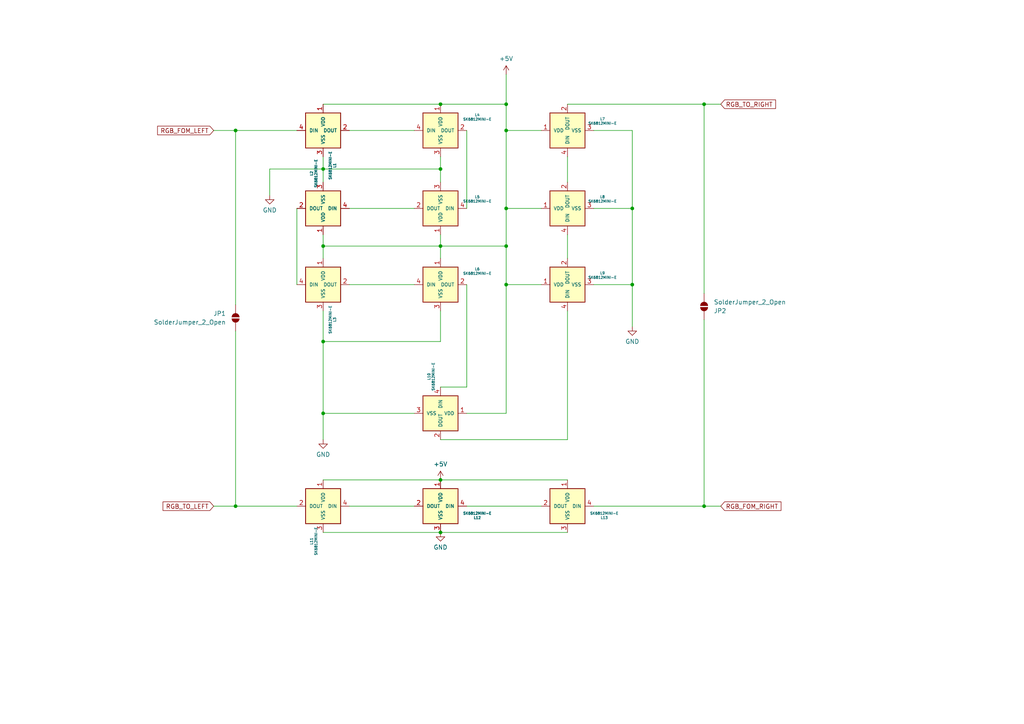
<source format=kicad_sch>
(kicad_sch (version 20250114) (generator "eeschema") (generator_version "9.0")
  (paper "A4")
  (lib_symbols
    (symbol "Jumper:SolderJumper_2_Open" (pin_numbers (hide yes)) (pin_names (offset 0) (hide yes)) (in_bom no)
      (property "Reference" "JP" (at 0 2.032 0))
      (property "Value" "SolderJumper_2_Open" (at 0 -2.54 0))
      (symbol "SolderJumper_2_Open_0_1"
        (polyline (pts (xy -0.254 1.016) (xy -0.254 -1.016)))
        (arc (start -0.254 -1.016) (mid -1.2656 0) (end -0.254 1.016))
        (arc (start -0.254 -1.016) (mid -1.2656 0) (end -0.254 1.016) (fill (type outline)))
        (arc (start 0.254 1.016) (mid 1.2656 0) (end 0.254 -1.016))
        (arc (start 0.254 1.016) (mid 1.2656 0) (end 0.254 -1.016) (fill (type outline)))
        (polyline (pts (xy 0.254 1.016) (xy 0.254 -1.016)))
      )
      (symbol "SolderJumper_2_Open_1_1"
        (pin passive line (at -3.81 0 0) (length 2.54) (name "A") (number "1"))
        (pin passive line (at 3.81 0 180) (length 2.54) (name "B") (number "2"))
      )
    )
    (symbol "TB2086_LED:SK6812MINI-E" (pin_names (offset 1.016))
      (property "Reference" "L" (at 2.54 -7.62 0))
      (property "Value" "SK6812MINI-E" (at 6.35 -6.35 0))
      (symbol "SK6812MINI-E_0_1"
        (rectangle (start -5.08 5.08) (end 5.08 -5.08) (stroke (width 0.254)) (fill (type background)))
      )
      (symbol "SK6812MINI-E_1_1"
        (pin input line (at -7.62 0 0) (length 2.54) (name "DIN") (number "4"))
        (pin power_in line (at 0 7.62 270) (length 2.54) (name "VDD") (number "1"))
        (pin power_in line (at 0 -7.62 90) (length 2.54) (name "VSS") (number "3"))
        (pin output line (at 7.62 0 180) (length 2.54) (name "DOUT") (number "2"))
      )
    )
    (symbol "power:+5V" (power) (pin_numbers (hide yes)) (pin_names (offset 0) (hide yes))
      (property "Value" "+5V" (at 0 3.556 0))
      (symbol "+5V_0_1"
        (polyline (pts (xy -0.762 1.27) (xy 0 2.54)))
        (polyline (pts (xy 0 2.54) (xy 0.762 1.27)))
        (polyline (pts (xy 0 0) (xy 0 2.54)))
      )
      (symbol "+5V_1_1"
        (pin power_in line (at 0 0 90) (length 0) (name "~") (number "1"))
      )
    )
    (symbol "power:GND" (power) (pin_numbers (hide yes)) (pin_names (offset 0) (hide yes))
      (property "Value" "GND" (at 0 -3.81 0))
      (symbol "GND_0_1"
        (polyline (pts (xy 0 0) (xy 0 -1.27) (xy 1.27 -1.27) (xy 0 -2.54) (xy -1.27 -1.27) (xy 0 -1.27)))
      )
      (symbol "GND_1_1"
        (pin power_in line (at 0 0 270) (length 0) (name "~") (number "1"))
      )
    )
  )
  (junction (at 68.326 37.846))
  (junction (at 204.216 146.812))
  (junction (at 146.812 30.226))
  (junction (at 68.326 146.812))
  (junction (at 93.726 99.06))
  (junction (at 146.812 60.452))
  (junction (at 93.726 119.888))
  (junction (at 183.388 82.55))
  (junction (at 146.812 71.374))
  (junction (at 127.762 30.226))
  (junction (at 93.726 71.374))
  (junction (at 146.812 37.846))
  (junction (at 127.762 49.022))
  (junction (at 127.762 154.432))
  (junction (at 146.812 82.55))
  (junction (at 127.762 71.374))
  (junction (at 127.762 139.192))
  (junction (at 204.216 30.226))
  (junction (at 93.726 49.022))
  (junction (at 183.388 60.452))
  (wire (pts (xy 86.106 37.846) (xy 68.326 37.846)))
  (wire (pts (xy 101.346 60.452) (xy 120.142 60.452)))
  (wire (pts (xy 164.592 127.508) (xy 164.592 90.17)))
  (wire (pts (xy 146.812 119.888) (xy 146.812 82.55)))
  (wire (pts (xy 164.592 45.466) (xy 164.592 52.832)))
  (wire (pts (xy 209.042 30.226) (xy 204.216 30.226)))
  (wire (pts (xy 127.762 45.466) (xy 127.762 49.022)))
  (wire (pts (xy 127.762 112.268) (xy 135.382 112.268)))
  (wire (pts (xy 101.346 82.55) (xy 120.142 82.55)))
  (wire (pts (xy 172.212 146.812) (xy 204.216 146.812)))
  (wire (pts (xy 93.726 45.466) (xy 93.726 49.022)))
  (wire (pts (xy 93.726 49.022) (xy 93.726 52.832)))
  (wire (pts (xy 120.142 119.888) (xy 93.726 119.888)))
  (wire (pts (xy 78.232 49.022) (xy 93.726 49.022)))
  (wire (pts (xy 127.762 71.374) (xy 146.812 71.374)))
  (wire (pts (xy 127.762 127.508) (xy 164.592 127.508)))
  (wire (pts (xy 93.726 30.226) (xy 127.762 30.226)))
  (wire (pts (xy 127.762 90.17) (xy 127.762 99.06)))
  (wire (pts (xy 164.592 68.072) (xy 164.592 74.93)))
  (wire (pts (xy 146.812 60.452) (xy 146.812 37.846)))
  (wire (pts (xy 68.326 96.012) (xy 68.326 146.812)))
  (wire (pts (xy 93.726 139.192) (xy 127.762 139.192)))
  (wire (pts (xy 93.726 99.06) (xy 93.726 90.17)))
  (wire (pts (xy 127.762 154.432) (xy 164.592 154.432)))
  (wire (pts (xy 146.812 37.846) (xy 146.812 30.226)))
  (wire (pts (xy 164.592 30.226) (xy 204.216 30.226)))
  (wire (pts (xy 183.388 60.452) (xy 172.212 60.452)))
  (wire (pts (xy 204.216 92.71) (xy 204.216 146.812)))
  (wire (pts (xy 146.812 60.452) (xy 156.972 60.452)))
  (wire (pts (xy 101.346 37.846) (xy 120.142 37.846)))
  (wire (pts (xy 93.726 154.432) (xy 127.762 154.432)))
  (wire (pts (xy 127.762 30.226) (xy 146.812 30.226)))
  (wire (pts (xy 93.726 71.374) (xy 93.726 74.93)))
  (wire (pts (xy 146.812 21.59) (xy 146.812 30.226)))
  (wire (pts (xy 93.726 127.508) (xy 93.726 119.888)))
  (wire (pts (xy 127.762 71.374) (xy 127.762 74.93)))
  (wire (pts (xy 135.382 82.55) (xy 135.382 112.268)))
  (wire (pts (xy 101.346 146.812) (xy 120.142 146.812)))
  (wire (pts (xy 183.388 37.846) (xy 172.212 37.846)))
  (wire (pts (xy 61.976 146.812) (xy 68.326 146.812)))
  (wire (pts (xy 127.762 49.022) (xy 127.762 52.832)))
  (wire (pts (xy 204.216 146.812) (xy 209.042 146.812)))
  (wire (pts (xy 127.762 99.06) (xy 93.726 99.06)))
  (wire (pts (xy 146.812 82.55) (xy 146.812 71.374)))
  (wire (pts (xy 183.388 82.55) (xy 172.212 82.55)))
  (wire (pts (xy 68.326 37.846) (xy 68.326 88.392)))
  (wire (pts (xy 127.762 139.192) (xy 164.592 139.192)))
  (wire (pts (xy 93.726 68.072) (xy 93.726 71.374)))
  (wire (pts (xy 135.382 37.846) (xy 135.382 60.452)))
  (wire (pts (xy 86.106 60.452) (xy 86.106 82.55)))
  (wire (pts (xy 146.812 71.374) (xy 146.812 60.452)))
  (wire (pts (xy 183.388 82.55) (xy 183.388 94.742)))
  (wire (pts (xy 146.812 37.846) (xy 156.972 37.846)))
  (wire (pts (xy 183.388 60.452) (xy 183.388 82.55)))
  (wire (pts (xy 135.382 119.888) (xy 146.812 119.888)))
  (wire (pts (xy 61.976 37.846) (xy 68.326 37.846)))
  (wire (pts (xy 93.726 71.374) (xy 127.762 71.374)))
  (wire (pts (xy 183.388 37.846) (xy 183.388 60.452)))
  (wire (pts (xy 78.232 56.642) (xy 78.232 49.022)))
  (wire (pts (xy 127.762 68.072) (xy 127.762 71.374)))
  (wire (pts (xy 135.382 146.812) (xy 156.972 146.812)))
  (wire (pts (xy 93.726 119.888) (xy 93.726 99.06)))
  (wire (pts (xy 156.972 82.55) (xy 146.812 82.55)))
  (wire (pts (xy 68.326 146.812) (xy 86.106 146.812)))
  (wire (pts (xy 93.726 49.022) (xy 127.762 49.022)))
  (wire (pts (xy 204.216 30.226) (xy 204.216 85.09)))
  (global_label "RGB_TO_RIGHT" (shape input) (at 209.042 30.226 0) (property "Intersheetrefs" "${INTERSHEET_REFS}" (effects (hide yes))))
  (global_label "RGB_FOM_LEFT" (shape input) (at 61.976 37.846 180) (property "Intersheetrefs" "${INTERSHEET_REFS}" (effects (hide yes))))
  (global_label "RGB_TO_LEFT" (shape input) (at 61.976 146.812 180) (property "Intersheetrefs" "${INTERSHEET_REFS}" (effects (hide yes))))
  (global_label "RGB_FOM_RIGHT" (shape input) (at 209.042 146.812 0) (property "Intersheetrefs" "${INTERSHEET_REFS}" (effects (hide yes))))
  (symbol (lib_id "power:GND") (at 183.388 94.742 0) (unit 1)
    (property "Reference" "#PWR01" (effects (hide yes)))
    (property "Value" "GND" (at 183.388 99.06 0))
    (property "Description" "Power symbol creates a global label with name \"GND\" , ground" (effects (hide yes)))
  )
  (symbol (lib_id "Jumper:SolderJumper_2_Open") (at 68.326 92.202 270) (mirror x) (unit 1) (in_bom no)
    (property "Reference" "JP1" (at 65.532 90.9319 90) (effects (justify right)))
    (property "Value" "SolderJumper_2_Open" (at 65.532 93.4719 90) (effects (justify right)))
    (property "Footprint" "TB2086_MISC:SolderJumper-2_P1.3mm_Open_TrianglePad1.0x1.5mm" (effects (hide yes)))
    (property "Description" "Solder Jumper, 2-pole, open" (effects (hide yes)))
  )
  (symbol (lib_id "power:+5V") (at 146.812 21.59 0) (unit 1)
    (property "Reference" "#PWR02" (effects (hide yes)))
    (property "Value" "+5V" (at 146.812 17.018 0))
    (property "Description" "Power symbol creates a global label with name \"+5V\"" (effects (hide yes)))
  )
  (symbol (lib_id "TB2086_LED:SK6812MINI-E") (at 164.592 82.55 90) (unit 1)
    (property "Reference" "L9" (at 174.752 79.2019 90) (effects (font (size 0.7366 0.7366))))
    (property "Value" "SK6812MINI-E" (at 174.752 80.4719 90) (effects (font (size 0.7366 0.7366))))
    (property "Footprint" "TB2086_LED_G:LED_SK6812MINI-E" (effects (hide yes)))
    (property "LCSC" "C7420318" (effects (hide yes)))
  )
  (symbol (lib_id "TB2086_LED:SK6812MINI-E") (at 164.592 146.812 0) (mirror y) (unit 1)
    (property "Reference" "L13" (at 175.26 150.1601 0) (effects (font (size 0.7366 0.7366))))
    (property "Value" "SK6812MINI-E" (at 175.26 148.8901 0) (effects (font (size 0.7366 0.7366))))
    (property "Footprint" "TB2086_LED_G:LED_SK6812MINI-E" (effects (hide yes)))
    (property "LCSC" "C7420318" (effects (hide yes)))
  )
  (symbol (lib_id "TB2086_LED:SK6812MINI-E") (at 164.592 37.846 90) (unit 1)
    (property "Reference" "L7" (at 174.752 34.4979 90) (effects (font (size 0.7366 0.7366))))
    (property "Value" "SK6812MINI-E" (at 174.752 35.7679 90) (effects (font (size 0.7366 0.7366))))
    (property "Footprint" "TB2086_LED_G:LED_SK6812MINI-E" (effects (hide yes)))
    (property "LCSC" "C7420318" (effects (hide yes)))
  )
  (symbol (lib_id "TB2086_LED:SK6812MINI-E") (at 93.726 82.55 0) (unit 1)
    (property "Reference" "L3" (at 97.0741 92.71 90) (effects (font (size 0.7366 0.7366))))
    (property "Value" "SK6812MINI-E" (at 95.8041 92.71 90) (effects (font (size 0.7366 0.7366))))
    (property "Footprint" "TB2086_LED_G:LED_SK6812MINI-E" (effects (hide yes)))
    (property "LCSC" "C7420318" (effects (hide yes)))
  )
  (symbol (lib_id "TB2086_LED:SK6812MINI-E") (at 127.762 60.452 180) (unit 1)
    (property "Reference" "L5" (at 138.43 57.1039 0) (effects (font (size 0.7366 0.7366))))
    (property "Value" "SK6812MINI-E" (at 138.43 58.3739 0) (effects (font (size 0.7366 0.7366))))
    (property "Footprint" "TB2086_LED_G:LED_SK6812MINI-E" (effects (hide yes)))
    (property "LCSC" "C7420318" (effects (hide yes)))
  )
  (symbol (lib_id "TB2086_LED:SK6812MINI-E") (at 93.726 37.846 0) (unit 1)
    (property "Reference" "L1" (at 97.0741 48.006 90) (effects (font (size 0.7366 0.7366))))
    (property "Value" "SK6812MINI-E" (at 95.8041 48.006 90) (effects (font (size 0.7366 0.7366))))
    (property "Footprint" "TB2086_LED_G:LED_SK6812MINI-E" (effects (hide yes)))
    (property "LCSC" "C7420318" (effects (hide yes)))
  )
  (symbol (lib_id "TB2086_LED:SK6812MINI-E") (at 164.592 60.452 90) (unit 1)
    (property "Reference" "L8" (at 174.752 57.1039 90) (effects (font (size 0.7366 0.7366))))
    (property "Value" "SK6812MINI-E" (at 174.752 58.3739 90) (effects (font (size 0.7366 0.7366))))
    (property "Footprint" "TB2086_LED_G:LED_SK6812MINI-E" (effects (hide yes)))
    (property "LCSC" "C7420318" (effects (hide yes)))
  )
  (symbol (lib_id "power:GND") (at 127.762 154.432 0) (unit 1)
    (property "Reference" "#PWR04" (effects (hide yes)))
    (property "Value" "GND" (at 127.762 158.75 0))
    (property "Description" "Power symbol creates a global label with name \"GND\" , ground" (effects (hide yes)))
  )
  (symbol (lib_id "power:+5V") (at 127.762 139.192 0) (unit 1)
    (property "Reference" "#PWR05" (effects (hide yes)))
    (property "Value" "+5V" (at 127.762 134.62 0))
    (property "Description" "Power symbol creates a global label with name \"+5V\"" (effects (hide yes)))
  )
  (symbol (lib_id "TB2086_LED:SK6812MINI-E") (at 93.726 146.812 0) (mirror y) (unit 1)
    (property "Reference" "L11" (at 90.3779 156.972 90) (effects (font (size 0.7366 0.7366))))
    (property "Value" "SK6812MINI-E" (at 91.6479 156.972 90) (effects (font (size 0.7366 0.7366))))
    (property "Footprint" "TB2086_LED_G:LED_SK6812MINI-E" (effects (hide yes)))
    (property "LCSC" "C7420318" (effects (hide yes)))
  )
  (symbol (lib_id "TB2086_LED:SK6812MINI-E") (at 127.762 82.55 0) (unit 1)
    (property "Reference" "L6" (at 138.43 78.0349 0) (effects (font (size 0.7366 0.7366))))
    (property "Value" "SK6812MINI-E" (at 138.43 79.3049 0) (effects (font (size 0.7366 0.7366))))
    (property "Footprint" "TB2086_LED_G:LED_SK6812MINI-E" (effects (hide yes)))
    (property "LCSC" "C7420318" (effects (hide yes)))
  )
  (symbol (lib_id "TB2086_LED:SK6812MINI-E") (at 127.762 146.812 0) (mirror y) (unit 1)
    (property "Reference" "L12" (at 138.43 150.1601 0) (effects (font (size 0.7366 0.7366))))
    (property "Value" "SK6812MINI-E" (at 138.43 148.8901 0) (effects (font (size 0.7366 0.7366))))
    (property "Footprint" "TB2086_LED_G:LED_SK6812MINI-E" (effects (hide yes)))
    (property "LCSC" "C7420318" (effects (hide yes)))
  )
  (symbol (lib_id "power:GND") (at 78.232 56.642 0) (unit 1)
    (property "Reference" "#PWR06" (effects (hide yes)))
    (property "Value" "GND" (at 78.232 60.96 0))
    (property "Description" "Power symbol creates a global label with name \"GND\" , ground" (effects (hide yes)))
  )
  (symbol (lib_id "TB2086_LED:SK6812MINI-E") (at 93.726 60.452 180) (unit 1)
    (property "Reference" "L2" (at 90.3779 50.292 90) (effects (font (size 0.7366 0.7366))))
    (property "Value" "SK6812MINI-E" (at 91.6479 50.292 90) (effects (font (size 0.7366 0.7366))))
    (property "Footprint" "TB2086_LED_G:LED_SK6812MINI-E" (effects (hide yes)))
    (property "LCSC" "C7420318" (effects (hide yes)))
  )
  (symbol (lib_id "TB2086_LED:SK6812MINI-E") (at 127.762 119.888 270) (unit 1)
    (property "Reference" "L10" (at 124.4139 109.22 0) (effects (font (size 0.7366 0.7366))))
    (property "Value" "SK6812MINI-E" (at 125.6839 109.22 0) (effects (font (size 0.7366 0.7366))))
    (property "Footprint" "TB2086_LED_G:LED_SK6812MINI-E" (effects (hide yes)))
    (property "LCSC" "C7420318" (effects (hide yes)))
  )
  (symbol (lib_id "Jumper:SolderJumper_2_Open") (at 204.216 88.9 90) (mirror x) (unit 1) (in_bom no)
    (property "Reference" "JP2" (at 207.01 90.1701 90) (effects (justify right)))
    (property "Value" "SolderJumper_2_Open" (at 207.01 87.6301 90) (effects (justify right)))
    (property "Footprint" "TB2086_MISC:SolderJumper-2_P1.3mm_Open_TrianglePad1.0x1.5mm" (effects (hide yes)))
    (property "Description" "Solder Jumper, 2-pole, open" (effects (hide yes)))
  )
  (symbol (lib_id "TB2086_LED:SK6812MINI-E") (at 127.762 37.846 0) (unit 1)
    (property "Reference" "L4" (at 138.43 33.3309 0) (effects (font (size 0.7366 0.7366))))
    (property "Value" "SK6812MINI-E" (at 138.43 34.6009 0) (effects (font (size 0.7366 0.7366))))
    (property "Footprint" "TB2086_LED_G:LED_SK6812MINI-E" (effects (hide yes)))
    (property "LCSC" "C7420318" (effects (hide yes)))
  )
  (symbol (lib_id "power:GND") (at 93.726 127.508 0) (unit 1)
    (property "Reference" "#PWR03" (effects (hide yes)))
    (property "Value" "GND" (at 93.726 131.826 0))
    (property "Description" "Power symbol creates a global label with name \"GND\" , ground" (effects (hide yes)))
  )
)
</source>
